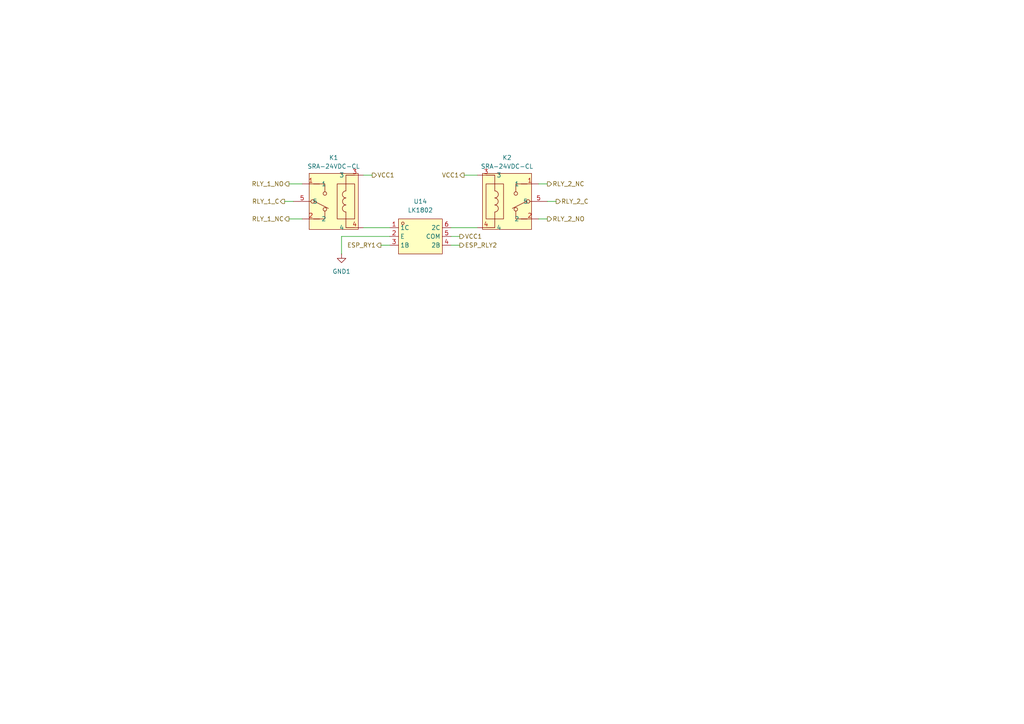
<source format=kicad_sch>
(kicad_sch (version 20250114) (generator "eeschema") (generator_version "9.0")
  (paper "A4")
  (lib_symbols
    (symbol "EasyEDA:LK1802"
      (property "Reference" "U" (at 0 7.62 0))
      (property "Value" "LK1802" (at 0 -7.62 0))
      (symbol "LK1802_0_1"
        (rectangle (start -6.35 5.08) (end 6.35 -5.08) (fill (type background)))
        (circle (center -5.08 3.81) (radius 0.38))
        (pin unspecified line (at -8.89 2.54 0) (length 2.54) (name "1C") (number "1"))
        (pin unspecified line (at -8.89 0 0) (length 2.54) (name "E") (number "2"))
        (pin unspecified line (at -8.89 -2.54 0) (length 2.54) (name "1B") (number "3"))
        (pin unspecified line (at 8.89 2.54 180) (length 2.54) (name "2C") (number "6"))
        (pin unspecified line (at 8.89 0 180) (length 2.54) (name "COM") (number "5"))
        (pin unspecified line (at 8.89 -2.54 180) (length 2.54) (name "2B") (number "4"))
      )
    )
    (symbol "EasyEDA:SRA-24VDC-CL"
      (property "Reference" "K" (at 0 12.7 0))
      (property "Value" "SRA-24VDC-CL" (at 0 -12.7 0))
      (symbol "SRA-24VDC-CL_0_1"
        (rectangle (start -8.64 8.13) (end 5.59 -8.13) (fill (type background)))
        (rectangle (start -7.62 5.08) (end -2.54 -5.08) (fill (type background)))
        (arc (start -5.08 1.02) (mid -4.0979 0) (end -5.08 -1.02))
        (arc (start -5.08 3.05) (mid -4.0743 2.035) (end -5.08 1.02))
        (arc (start -5.08 -1.02) (mid -4.0743 -2.035) (end -5.08 -3.05))
        (polyline (pts (xy -5.08 3.05) (xy -5.08 7.62) (xy -7.62 7.62)))
        (polyline (pts (xy -5.08 -3.05) (xy -5.08 -7.62) (xy -7.62 -7.62)))
        (polyline (pts (xy 0 -2.03) (xy 4.06 0)))
        (polyline (pts (xy 1.02 2.79) (xy 1.02 5.08) (xy 4.32 5.08)))
        (circle (center 1.02 2.29) (radius 0.51))
        (circle (center 1.02 -2.29) (radius 0.51))
        (polyline (pts (xy 1.02 -2.79) (xy 1.02 -5.08) (xy 4.32 -5.08)))
        (circle (center 4.57 0) (radius 0.51))
        (pin unspecified line (at -10.16 7.62 0) (length 5.08) (name "3") (number "3"))
        (pin unspecified line (at -10.16 -7.62 0) (length 5.08) (name "4") (number "4"))
        (pin unspecified line (at 7.62 5.08 180) (length 5.08) (name "1") (number "1"))
        (pin unspecified line (at 7.62 -5.08 180) (length 5.08) (name "2") (number "2"))
        (pin unspecified line (at 10.16 0 180) (length 5.08) (name "5") (number "5"))
      )
    )
    (symbol "power:GND" (power) (pin_numbers (hide yes)) (pin_names (offset 0) (hide yes))
      (property "Value" "GND" (at 0 -3.81 0))
      (symbol "GND_0_1"
        (polyline (pts (xy 0 0) (xy 0 -1.27) (xy 1.27 -1.27) (xy 0 -2.54) (xy -1.27 -1.27) (xy 0 -1.27)))
      )
      (symbol "GND_1_1"
        (pin power_in line (at 0 0 270) (length 0) (name "~") (number "1"))
      )
    )
  )
  (wire (pts (xy 130.81 71.12) (xy 133.35 71.12)))
  (wire (pts (xy 99.06 68.58) (xy 99.06 73.66)))
  (wire (pts (xy 83.82 53.34) (xy 87.63 53.34)))
  (wire (pts (xy 161.29 58.42) (xy 158.75 58.42)))
  (wire (pts (xy 130.81 68.58) (xy 133.35 68.58)))
  (wire (pts (xy 105.41 66.04) (xy 113.03 66.04)))
  (wire (pts (xy 134.62 50.8) (xy 138.43 50.8)))
  (wire (pts (xy 82.55 58.42) (xy 85.09 58.42)))
  (wire (pts (xy 83.82 63.5) (xy 87.63 63.5)))
  (wire (pts (xy 130.81 66.04) (xy 138.43 66.04)))
  (wire (pts (xy 99.06 68.58) (xy 113.03 68.58)))
  (wire (pts (xy 156.21 53.34) (xy 158.75 53.34)))
  (wire (pts (xy 110.49 71.12) (xy 113.03 71.12)))
  (wire (pts (xy 107.95 50.8) (xy 105.41 50.8)))
  (wire (pts (xy 158.75 63.5) (xy 156.21 63.5)))
  (hierarchical_label "RLY_2_C" (shape output) (at 161.29 58.42 0))
  (hierarchical_label "VCC1" (shape output) (at 107.95 50.8 0))
  (hierarchical_label "RLY_1_NC" (shape output) (at 83.82 63.5 180))
  (hierarchical_label "ESP_RLY2" (shape output) (at 133.35 71.12 0))
  (hierarchical_label "ESP_RY1" (shape output) (at 110.49 71.12 180))
  (hierarchical_label "RLY_2_NC" (shape output) (at 158.75 53.34 0))
  (hierarchical_label "VCC1" (shape output) (at 134.62 50.8 180))
  (hierarchical_label "RLY_1_C" (shape output) (at 82.55 58.42 180))
  (hierarchical_label "RLY_2_NO" (shape output) (at 158.75 63.5 0))
  (hierarchical_label "RLY_1_NO" (shape output) (at 83.82 53.34 180))
  (hierarchical_label "VCC1" (shape output) (at 133.35 68.58 0))
  (symbol (lib_id "EasyEDA:SRA-24VDC-CL") (at 148.59 58.42 0) (unit 1)
    (property "Reference" "K2" (at 147.065 45.72 0))
    (property "Value" "SRA-24VDC-CL" (at 147.065 48.26 0))
    (property "Footprint" "EasyEDA:RELAY-TH_SRA-X-CX" (effects (hide yes)))
    (property "Datasheet" "https://lcsc.com/product-detail/Relays_SRA-24VDC-CL_C127865.html" (effects (hide yes)))
    (property "LCSC Part" "C127865" (effects (hide yes)))
  )
  (symbol (lib_id "EasyEDA:LK1802") (at 121.92 68.58 0) (unit 1)
    (property "Reference" "U14" (at 121.92 58.42 0))
    (property "Value" "LK1802" (at 121.92 60.96 0))
    (property "Footprint" "EasyEDA:SOT-23-6_L2.9-W1.6-P0.95-LS2.8-BR" (effects (hide yes)))
    (property "LCSC Part" "C2984831" (effects (hide yes)))
  )
  (symbol (lib_id "power:GND") (at 99.06 73.66 0) (unit 1)
    (property "Reference" "#PWR049" (effects (hide yes)))
    (property "Value" "GND1" (at 99.06 78.74 0))
    (property "Description" "Power symbol creates a global label with name \"GND\" , ground" (effects (hide yes)))
  )
  (symbol (lib_id "EasyEDA:SRA-24VDC-CL") (at 95.25 58.42 0) (mirror y) (unit 1)
    (property "Reference" "K1" (at 96.775 45.72 0))
    (property "Value" "SRA-24VDC-CL" (at 96.775 48.26 0))
    (property "Footprint" "EasyEDA:RELAY-TH_SRA-X-CX" (effects (hide yes)))
    (property "Datasheet" "https://lcsc.com/product-detail/Relays_SRA-24VDC-CL_C127865.html" (effects (hide yes)))
    (property "LCSC Part" "C127865" (effects (hide yes)))
  )
)
</source>
